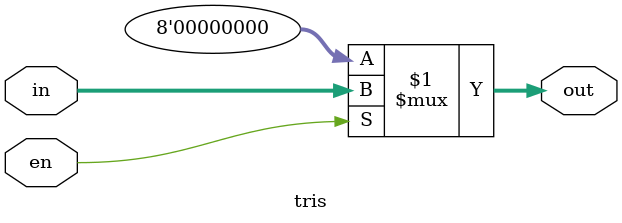
<source format=v>
module tris(in,out,en);
input [7:0]in;
input en;
output [7:0]out;

assign out= (en)?in:8'd0;

endmodule
</source>
